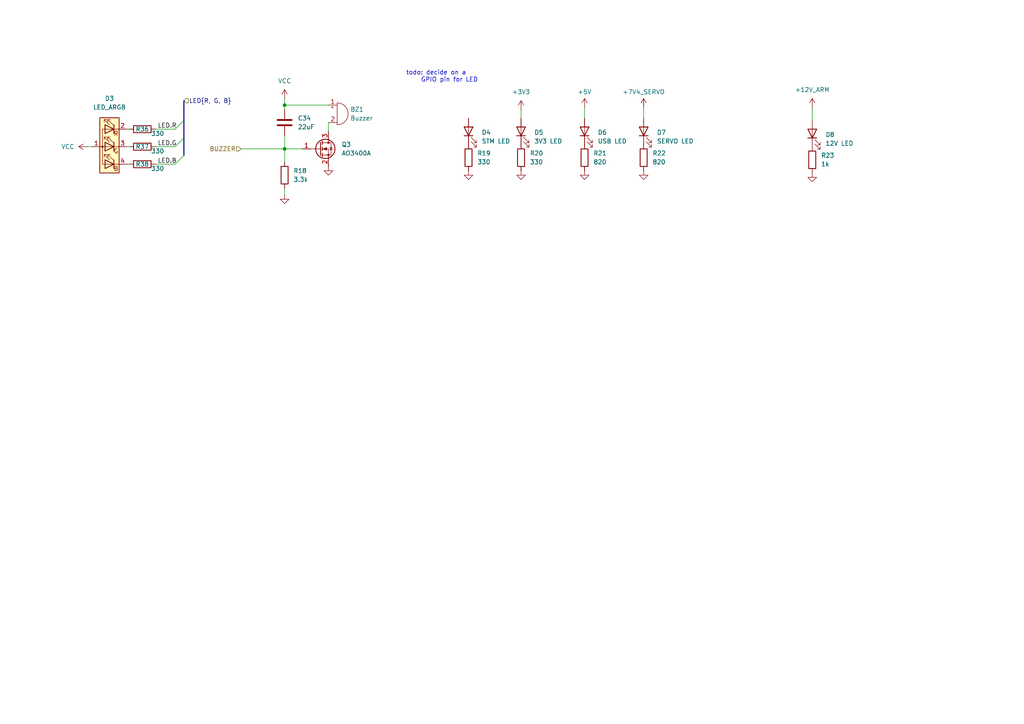
<source format=kicad_sch>
(kicad_sch (version 20250114) (generator "eeschema") (generator_version "9.0")
  (paper "A4")
  (lib_symbols
    (symbol "Device:Buzzer" (pin_names (offset 0.0254) (hide yes))
      (property "Reference" "BZ" (at 3.81 1.27 0))
      (property "Value" "Buzzer" (at 3.81 -1.27 0))
      (symbol "Buzzer_0_1"
        (polyline (pts (xy -1.651 1.905) (xy -1.143 1.905)))
        (polyline (pts (xy -1.397 2.159) (xy -1.397 1.651)))
        (arc (start 0 3.175) (mid 3.1612 0) (end 0 -3.175))
        (polyline (pts (xy 0 3.175) (xy 0 -3.175)))
      )
      (symbol "Buzzer_1_1"
        (pin passive line (at -2.54 2.54 0) (length 2.54) (name "+") (number "1"))
        (pin passive line (at -2.54 -2.54 0) (length 2.54) (name "-") (number "2"))
      )
    )
    (symbol "Device:C" (pin_numbers (hide yes)) (pin_names (offset 0.254))
      (property "Reference" "C" (at 0.635 2.54 0))
      (property "Value" "C" (at 0.635 -2.54 0))
      (symbol "C_0_1"
        (polyline (pts (xy -2.032 0.762) (xy 2.032 0.762)) (stroke (width 0.508)))
        (polyline (pts (xy -2.032 -0.762) (xy 2.032 -0.762)) (stroke (width 0.508)))
      )
      (symbol "C_1_1"
        (pin passive line (at 0 3.81 270) (length 2.794) (name "~") (number "1"))
        (pin passive line (at 0 -3.81 90) (length 2.794) (name "~") (number "2"))
      )
    )
    (symbol "Device:LED" (pin_numbers (hide yes)) (pin_names (offset 1.016) (hide yes))
      (property "Reference" "D" (at 0 2.54 0))
      (property "Value" "LED" (at 0 -2.54 0))
      (symbol "LED_0_1"
        (polyline (pts (xy -3.048 -0.762) (xy -4.572 -2.286) (xy -3.81 -2.286) (xy -4.572 -2.286) (xy -4.572 -1.524)))
        (polyline (pts (xy -1.778 -0.762) (xy -3.302 -2.286) (xy -2.54 -2.286) (xy -3.302 -2.286) (xy -3.302 -1.524)))
        (polyline (pts (xy -1.27 0) (xy 1.27 0)))
        (polyline (pts (xy -1.27 -1.27) (xy -1.27 1.27)) (stroke (width 0.254)))
        (polyline (pts (xy 1.27 -1.27) (xy 1.27 1.27) (xy -1.27 0) (xy 1.27 -1.27)) (stroke (width 0.254)))
      )
      (symbol "LED_1_1"
        (pin passive line (at -3.81 0 0) (length 2.54) (name "K") (number "1"))
        (pin passive line (at 3.81 0 180) (length 2.54) (name "A") (number "2"))
      )
    )
    (symbol "Device:LED_ARGB" (pin_names (offset 0) (hide yes))
      (property "Reference" "D" (at 0 9.398 0))
      (property "Value" "LED_ARGB" (at 0 -8.89 0))
      (symbol "LED_ARGB_0_0"
        (text "R" (at -1.905 3.81 0) (effects (font (size 1.27 1.27))))
        (text "G" (at -1.905 -1.27 0) (effects (font (size 1.27 1.27))))
        (text "B" (at -1.905 -6.35 0) (effects (font (size 1.27 1.27))))
      )
      (symbol "LED_ARGB_0_1"
        (polyline (pts (xy -1.27 6.35) (xy -1.27 3.81)) (stroke (width 0.254)))
        (polyline (pts (xy -1.27 6.35) (xy -1.27 3.81) (xy -1.27 3.81)))
        (polyline (pts (xy -1.27 5.08) (xy -2.54 5.08)))
        (polyline (pts (xy -1.27 5.08) (xy 1.27 5.08)))
        (polyline (pts (xy -1.27 1.27) (xy -1.27 -1.27)) (stroke (width 0.254)))
        (polyline (pts (xy -1.27 1.27) (xy -1.27 -1.27) (xy -1.27 -1.27)))
        (polyline (pts (xy -1.27 0) (xy -2.54 0)))
        (polyline (pts (xy -1.27 -3.81) (xy -1.27 -6.35)) (stroke (width 0.254)))
        (polyline (pts (xy -1.27 -5.08) (xy -2.54 -5.08)))
        (polyline (pts (xy -1.27 -5.08) (xy 1.27 -5.08)))
        (polyline (pts (xy -1.016 6.35) (xy 0.508 7.874) (xy -0.254 7.874) (xy 0.508 7.874) (xy 0.508 7.112)))
        (polyline (pts (xy -1.016 1.27) (xy 0.508 2.794) (xy -0.254 2.794) (xy 0.508 2.794) (xy 0.508 2.032)))
        (polyline (pts (xy -1.016 -3.81) (xy 0.508 -2.286) (xy -0.254 -2.286) (xy 0.508 -2.286) (xy 0.508 -3.048)))
        (polyline (pts (xy 0 6.35) (xy 1.524 7.874) (xy 0.762 7.874) (xy 1.524 7.874) (xy 1.524 7.112)))
        (polyline (pts (xy 0 1.27) (xy 1.524 2.794) (xy 0.762 2.794) (xy 1.524 2.794) (xy 1.524 2.032)))
        (polyline (pts (xy 0 -3.81) (xy 1.524 -2.286) (xy 0.762 -2.286) (xy 1.524 -2.286) (xy 1.524 -3.048)))
        (polyline (pts (xy 1.27 6.35) (xy 1.27 3.81) (xy -1.27 5.08) (xy 1.27 6.35)) (stroke (width 0.254)))
        (rectangle (start 1.27 6.35) (end 1.27 6.35))
        (rectangle (start 1.27 3.81) (end 1.27 6.35))
        (polyline (pts (xy 1.27 1.27) (xy 1.27 -1.27) (xy -1.27 0) (xy 1.27 1.27)) (stroke (width 0.254)))
        (rectangle (start 1.27 1.27) (end 1.27 1.27))
        (polyline (pts (xy 1.27 0) (xy -1.27 0)))
        (polyline (pts (xy 1.27 0) (xy 2.54 0)))
        (rectangle (start 1.27 -1.27) (end 1.27 1.27))
        (polyline (pts (xy 1.27 -3.81) (xy 1.27 -6.35) (xy -1.27 -5.08) (xy 1.27 -3.81)) (stroke (width 0.254)))
        (polyline (pts (xy 1.27 -5.08) (xy 2.032 -5.08) (xy 2.032 5.08) (xy 1.27 5.08)))
        (circle (center 2.032 0) (radius 0.254) (fill (type outline)))
        (rectangle (start 2.794 8.382) (end -2.794 -7.62) (stroke (width 0.254)) (fill (type background)))
      )
      (symbol "LED_ARGB_1_1"
        (pin passive line (at -5.08 5.08 0) (length 2.54) (name "RK") (number "2"))
        (pin passive line (at -5.08 0 0) (length 2.54) (name "GK") (number "3"))
        (pin passive line (at -5.08 -5.08 0) (length 2.54) (name "BK") (number "4"))
        (pin passive line (at 5.08 0 180) (length 2.54) (name "A") (number "1"))
      )
    )
    (symbol "Device:R" (pin_numbers (hide yes)) (pin_names (offset 0))
      (property "Reference" "R" (at 2.032 0 90))
      (property "Value" "R" (at 0 0 90))
      (symbol "R_0_1"
        (rectangle (start -1.016 -2.54) (end 1.016 2.54) (stroke (width 0.254)))
      )
      (symbol "R_1_1"
        (pin passive line (at 0 3.81 270) (length 1.27) (name "~") (number "1"))
        (pin passive line (at 0 -3.81 90) (length 1.27) (name "~") (number "2"))
      )
    )
    (symbol "Transistor_FET:AO3400A" (pin_names (offset 0) (hide yes))
      (property "Reference" "Q" (at 5.08 1.905 0))
      (property "Value" "AO3400A" (at 5.08 0 0))
      (symbol "AO3400A_0_1"
        (polyline (pts (xy 0.254 1.905) (xy 0.254 -1.905)) (stroke (width 0.254)))
        (polyline (pts (xy 0.254 0) (xy -2.54 0)))
        (polyline (pts (xy 0.762 2.286) (xy 0.762 1.27)) (stroke (width 0.254)))
        (polyline (pts (xy 0.762 0.508) (xy 0.762 -0.508)) (stroke (width 0.254)))
        (polyline (pts (xy 0.762 -1.27) (xy 0.762 -2.286)) (stroke (width 0.254)))
        (polyline (pts (xy 0.762 -1.778) (xy 3.302 -1.778) (xy 3.302 1.778) (xy 0.762 1.778)))
        (polyline (pts (xy 1.016 0) (xy 2.032 0.381) (xy 2.032 -0.381) (xy 1.016 0)) (fill (type outline)))
        (circle (center 1.651 0) (radius 2.794) (stroke (width 0.254)))
        (polyline (pts (xy 2.54 2.54) (xy 2.54 1.778)))
        (circle (center 2.54 1.778) (radius 0.254) (fill (type outline)))
        (circle (center 2.54 -1.778) (radius 0.254) (fill (type outline)))
        (polyline (pts (xy 2.54 -2.54) (xy 2.54 0) (xy 0.762 0)))
        (polyline (pts (xy 2.921 0.381) (xy 3.683 0.381)))
        (polyline (pts (xy 3.302 0.381) (xy 2.921 -0.254) (xy 3.683 -0.254) (xy 3.302 0.381)))
      )
      (symbol "AO3400A_1_1"
        (pin input line (at -5.08 0 0) (length 2.54) (name "G") (number "1"))
        (pin passive line (at 2.54 5.08 270) (length 2.54) (name "D") (number "3"))
        (pin passive line (at 2.54 -5.08 90) (length 2.54) (name "S") (number "2"))
      )
    )
    (symbol "aerolotl_custom:+12V_ARM" (power) (in_bom no) (on_board no)
      (property "Value" "+12V_ARM" (at 0 4.064 0))
      (symbol "+12V_ARM_0_1"
        (polyline (pts (xy 0 0) (xy 0 2.54) (xy -0.762 1.27) (xy 0 2.54) (xy 0.762 1.27)))
      )
      (symbol "+12V_ARM_1_1"
        (pin power_in line (at 0 0 0) (length 2.54) (hide yes) (name "+12V_ARM") (number ""))
      )
    )
    (symbol "aerolotl_custom:+7V4_SERVO" (power) (in_bom no) (on_board no)
      (property "Value" "+7V4_SERVO" (at 0 3.81 0))
      (symbol "+7V4_SERVO_0_1"
        (polyline (pts (xy 0 0) (xy 0 2.54)))
        (polyline (pts (xy 0 0) (xy 0 2.54) (xy -0.762 1.27) (xy 0 2.54) (xy 0.762 1.27)))
      )
      (symbol "+7V4_SERVO_1_1"
        (pin power_in line (at 0 0 90) (length 2.54) (hide yes) (name "#7V4_SERVO") (number "1"))
      )
    )
    (symbol "power:+3V3" (power) (pin_numbers (hide yes)) (pin_names (offset 0) (hide yes))
      (property "Value" "+3V3" (at 0 3.556 0))
      (symbol "+3V3_0_1"
        (polyline (pts (xy -0.762 1.27) (xy 0 2.54)))
        (polyline (pts (xy 0 2.54) (xy 0.762 1.27)))
        (polyline (pts (xy 0 0) (xy 0 2.54)))
      )
      (symbol "+3V3_1_1"
        (pin power_in line (at 0 0 90) (length 0) (name "~") (number "1"))
      )
    )
    (symbol "power:+5V" (power) (pin_numbers (hide yes)) (pin_names (offset 0) (hide yes))
      (property "Value" "+5V" (at 0 3.556 0))
      (symbol "+5V_0_1"
        (polyline (pts (xy -0.762 1.27) (xy 0 2.54)))
        (polyline (pts (xy 0 2.54) (xy 0.762 1.27)))
        (polyline (pts (xy 0 0) (xy 0 2.54)))
      )
      (symbol "+5V_1_1"
        (pin power_in line (at 0 0 90) (length 0) (name "~") (number "1"))
      )
    )
    (symbol "power:GND" (power) (pin_numbers (hide yes)) (pin_names (offset 0) (hide yes))
      (property "Value" "GND" (at 0 -3.81 0))
      (symbol "GND_0_1"
        (polyline (pts (xy 0 0) (xy 0 -1.27) (xy 1.27 -1.27) (xy 0 -2.54) (xy -1.27 -1.27) (xy 0 -1.27)))
      )
      (symbol "GND_1_1"
        (pin power_in line (at 0 0 270) (length 0) (name "~") (number "1"))
      )
    )
    (symbol "power:VCC" (power) (pin_numbers (hide yes)) (pin_names (offset 0) (hide yes))
      (property "Value" "VCC" (at 0 3.556 0))
      (symbol "VCC_0_1"
        (polyline (pts (xy -0.762 1.27) (xy 0 2.54)))
        (polyline (pts (xy 0 2.54) (xy 0.762 1.27)))
        (polyline (pts (xy 0 0) (xy 0 2.54)))
      )
      (symbol "VCC_1_1"
        (pin power_in line (at 0 0 90) (length 0) (name "~") (number "1"))
      )
    )
  )
  (text "todo: decide on a \n	  GPIO pin for LED\n" (at 127 22.225 0) (effects (font (size 1.27 1.27))))
  (junction (at 82.55 43.18))
  (junction (at 82.55 30.48))
  (bus_entry (at 53.34 45.085) (size -2.54 2.54))
  (bus_entry (at 53.34 34.925) (size -2.54 2.54))
  (bus_entry (at 53.34 40.005) (size -2.54 2.54))
  (wire (pts (xy 186.69 31.115) (xy 186.69 34.29)))
  (wire (pts (xy 82.55 46.99) (xy 82.55 43.18)))
  (wire (pts (xy 95.25 35.56) (xy 95.25 38.1)))
  (wire (pts (xy 45.085 47.625) (xy 50.8 47.625)))
  (wire (pts (xy 151.13 31.75) (xy 151.13 34.29)))
  (bus (pts (xy 53.34 29.21) (xy 53.34 34.925)))
  (wire (pts (xy 69.85 43.18) (xy 82.55 43.18)))
  (wire (pts (xy 82.55 43.18) (xy 82.55 39.37)))
  (bus (pts (xy 53.34 40.005) (xy 53.34 45.085)))
  (wire (pts (xy 25.4 42.545) (xy 26.67 42.545)))
  (wire (pts (xy 82.55 30.48) (xy 95.25 30.48)))
  (wire (pts (xy 82.55 43.18) (xy 87.63 43.18)))
  (wire (pts (xy 169.545 31.115) (xy 169.545 34.29)))
  (wire (pts (xy 36.83 37.465) (xy 37.465 37.465)))
  (wire (pts (xy 36.83 47.625) (xy 37.465 47.625)))
  (wire (pts (xy 45.085 37.465) (xy 50.8 37.465)))
  (wire (pts (xy 235.585 31.115) (xy 235.585 34.925)))
  (bus (pts (xy 53.34 34.925) (xy 53.34 40.005)))
  (wire (pts (xy 82.55 31.75) (xy 82.55 30.48)))
  (wire (pts (xy 82.55 56.515) (xy 82.55 54.61)))
  (wire (pts (xy 82.55 28.575) (xy 82.55 30.48)))
  (wire (pts (xy 36.83 42.545) (xy 37.465 42.545)))
  (wire (pts (xy 45.085 42.545) (xy 50.8 42.545)))
  (label "LED.R" (at 45.72 37.465 0))
  (label "LED.G" (at 45.72 42.545 0))
  (label "LED.B" (at 45.72 47.625 0))
  (hierarchical_label "BUZZER" (shape input) (at 69.85 43.18 180))
  (hierarchical_label "LED{R, G, B}" (shape input) (at 53.34 29.21 0))
  (symbol (lib_id "Device:R") (at 41.275 47.625 90) (unit 1)
    (property "Reference" "R38" (at 41.275 47.625 90))
    (property "Value" "330" (at 45.72 48.895 90))
    (property "Description" "Resistor" (effects (hide yes)))
  )
  (symbol (lib_id "Device:R") (at 41.275 37.465 90) (unit 1)
    (property "Reference" "R36" (at 41.275 37.465 90))
    (property "Value" "330" (at 45.72 38.735 90))
    (property "Description" "Resistor" (effects (hide yes)))
  )
  (symbol (lib_id "Device:R") (at 82.55 50.8 0) (unit 1)
    (property "Reference" "R18" (at 85.09 49.5299 0) (effects (justify left)))
    (property "Value" "3.3k" (at 85.09 52.0699 0) (effects (justify left)))
    (property "Description" "Resistor" (effects (hide yes)))
  )
  (symbol (lib_id "Device:R") (at 151.13 45.72 0) (unit 1)
    (property "Reference" "R20" (at 153.67 44.4499 0) (effects (justify left)))
    (property "Value" "330" (at 153.67 46.9899 0) (effects (justify left)))
    (property "Description" "Resistor" (effects (hide yes)))
  )
  (symbol (lib_id "Device:LED") (at 135.89 38.1 90) (unit 1)
    (property "Reference" "D4" (at 139.7 38.4174 90) (effects (justify right)))
    (property "Value" "STM LED" (at 139.7 40.9574 90) (effects (justify right)))
    (property "Description" "Light emitting diode" (effects (hide yes)))
    (property "Sim.Pins" "1=K 2=A" (effects (hide yes)))
  )
  (symbol (lib_id "Device:R") (at 169.545 45.72 0) (unit 1)
    (property "Reference" "R21" (at 172.085 44.4499 0) (effects (justify left)))
    (property "Value" "820" (at 172.085 46.9899 0) (effects (justify left)))
    (property "Description" "Resistor" (effects (hide yes)))
  )
  (symbol (lib_id "power:GND") (at 135.89 49.53 0) (unit 1)
    (property "Reference" "#PWR070" (effects (hide yes)))
    (property "Value" "GND" (effects (hide yes)))
    (property "Description" "Power symbol creates a global label with name \"GND\" , ground" (effects (hide yes)))
  )
  (symbol (lib_id "power:VCC") (at 25.4 42.545 90) (unit 1)
    (property "Reference" "#PWR066" (effects (hide yes)))
    (property "Value" "VCC" (at 21.59 42.5449 90) (effects (justify left)))
    (property "Description" "Power symbol creates a global label with name \"VCC\"" (effects (hide yes)))
  )
  (symbol (lib_id "Device:R") (at 235.585 46.355 0) (unit 1)
    (property "Reference" "R23" (at 238.125 45.0849 0) (effects (justify left)))
    (property "Value" "1k" (at 238.125 47.6249 0) (effects (justify left)))
    (property "Description" "Resistor" (effects (hide yes)))
  )
  (symbol (lib_id "power:GND") (at 82.55 56.515 0) (unit 1)
    (property "Reference" "#PWR065" (effects (hide yes)))
    (property "Value" "GND" (effects (hide yes)))
    (property "Description" "Power symbol creates a global label with name \"GND\" , ground" (effects (hide yes)))
  )
  (symbol (lib_id "power:GND") (at 151.13 49.53 0) (unit 1)
    (property "Reference" "#PWR073" (effects (hide yes)))
    (property "Value" "GND" (effects (hide yes)))
    (property "Description" "Power symbol creates a global label with name \"GND\" , ground" (effects (hide yes)))
  )
  (symbol (lib_id "power:GND") (at 95.25 48.26 0) (unit 1)
    (property "Reference" "#PWR064" (effects (hide yes)))
    (property "Value" "GND" (effects (hide yes)))
    (property "Description" "Power symbol creates a global label with name \"GND\" , ground" (effects (hide yes)))
  )
  (symbol (lib_id "aerolotl_custom:+7V4_SERVO") (at 186.69 31.115 0) (unit 1) (in_bom no) (on_board no)
    (property "Reference" "#PWR067" (effects (hide yes)))
    (property "Value" "+7V4_SERVO" (at 186.69 26.67 0))
  )
  (symbol (lib_id "power:+3V3") (at 151.13 31.75 0) (unit 1)
    (property "Reference" "#PWR071" (effects (hide yes)))
    (property "Value" "+3V3" (at 151.13 26.67 0))
    (property "Description" "Power symbol creates a global label with name \"+3V3\"" (effects (hide yes)))
  )
  (symbol (lib_id "Device:Buzzer") (at 97.79 33.02 0) (unit 1)
    (property "Reference" "BZ1" (at 101.6 31.7499 0) (effects (justify left)))
    (property "Value" "Buzzer" (at 101.6 34.2899 0) (effects (justify left)))
    (property "Description" "Buzzer, polarized" (effects (hide yes)))
  )
  (symbol (lib_id "Device:LED") (at 186.69 38.1 90) (unit 1)
    (property "Reference" "D7" (at 190.5 38.4174 90) (effects (justify right)))
    (property "Value" "SERVO LED" (at 190.5 40.9574 90) (effects (justify right)))
    (property "Description" "Light emitting diode" (effects (hide yes)))
    (property "Sim.Pins" "1=K 2=A" (effects (hide yes)))
  )
  (symbol (lib_id "power:GND") (at 186.69 49.53 0) (unit 1)
    (property "Reference" "#PWR077" (effects (hide yes)))
    (property "Value" "GND" (effects (hide yes)))
    (property "Description" "Power symbol creates a global label with name \"GND\" , ground" (effects (hide yes)))
  )
  (symbol (lib_id "Device:LED") (at 169.545 38.1 90) (unit 1)
    (property "Reference" "D6" (at 173.355 38.4174 90) (effects (justify right)))
    (property "Value" "USB LED" (at 173.355 40.9574 90) (effects (justify right)))
    (property "Description" "Light emitting diode" (effects (hide yes)))
    (property "Sim.Pins" "1=K 2=A" (effects (hide yes)))
  )
  (symbol (lib_id "power:+5V") (at 169.545 31.115 0) (unit 1)
    (property "Reference" "#PWR072" (effects (hide yes)))
    (property "Value" "+5V" (at 169.545 26.67 0))
    (property "Description" "Power symbol creates a global label with name \"+5V\"" (effects (hide yes)))
  )
  (symbol (lib_id "aerolotl_custom:+12V_ARM") (at 235.585 31.115 0) (unit 1) (in_bom no) (on_board no)
    (property "Reference" "#PWR097" (effects (hide yes)))
    (property "Value" "+12V_ARM" (at 235.585 26.035 0))
  )
  (symbol (lib_id "Device:C") (at 82.55 35.56 0) (unit 1)
    (property "Reference" "C34" (at 86.36 34.2899 0) (effects (justify left)))
    (property "Value" "22uF" (at 86.36 36.8299 0) (effects (justify left)))
    (property "Description" "Unpolarized capacitor" (effects (hide yes)))
  )
  (symbol (lib_id "Device:R") (at 135.89 45.72 0) (unit 1)
    (property "Reference" "R19" (at 138.43 44.4499 0) (effects (justify left)))
    (property "Value" "330" (at 138.43 46.9899 0) (effects (justify left)))
    (property "Description" "Resistor" (effects (hide yes)))
  )
  (symbol (lib_id "Device:LED") (at 235.585 38.735 90) (unit 1)
    (property "Reference" "D8" (at 239.395 39.0524 90) (effects (justify right)))
    (property "Value" "12V LED" (at 239.395 41.5924 90) (effects (justify right)))
    (property "Description" "Light emitting diode" (effects (hide yes)))
    (property "Sim.Pins" "1=K 2=A" (effects (hide yes)))
  )
  (symbol (lib_id "Transistor_FET:AO3400A") (at 92.71 43.18 0) (unit 1)
    (property "Reference" "Q3" (at 99.06 41.9099 0) (effects (justify left)))
    (property "Value" "AO3400A" (at 99.06 44.4499 0) (effects (justify left)))
    (property "Footprint" "Package_TO_SOT_SMD:SOT-23" (effects (hide yes)))
    (property "Datasheet" "http://www.aosmd.com/pdfs/datasheet/AO3400A.pdf" (effects (hide yes)))
    (property "Description" "30V Vds, 5.7A Id, N-Channel MOSFET, SOT-23" (effects (hide yes)))
  )
  (symbol (lib_id "power:VCC") (at 82.55 28.575 0) (unit 1)
    (property "Reference" "#PWR063" (effects (hide yes)))
    (property "Value" "VCC" (at 82.55 23.495 0))
    (property "Description" "Power symbol creates a global label with name \"VCC\"" (effects (hide yes)))
  )
  (symbol (lib_id "Device:LED_ARGB") (at 31.75 42.545 0) (mirror y) (unit 1)
    (property "Reference" "D3" (at 31.75 28.575 0))
    (property "Value" "LED_ARGB" (at 31.75 31.115 0))
    (property "Description" "RGB LED, anode/red/green/blue" (effects (hide yes)))
  )
  (symbol (lib_id "Device:R") (at 186.69 45.72 0) (unit 1)
    (property "Reference" "R22" (at 189.23 44.4499 0) (effects (justify left)))
    (property "Value" "820" (at 189.23 46.9899 0) (effects (justify left)))
    (property "Description" "Resistor" (effects (hide yes)))
  )
  (symbol (lib_id "Device:R") (at 41.275 42.545 90) (unit 1)
    (property "Reference" "R37" (at 41.275 42.545 90))
    (property "Value" "330" (at 45.72 43.815 90))
    (property "Description" "Resistor" (effects (hide yes)))
  )
  (symbol (lib_id "power:GND") (at 169.545 49.53 0) (unit 1)
    (property "Reference" "#PWR075" (effects (hide yes)))
    (property "Value" "GND" (effects (hide yes)))
    (property "Description" "Power symbol creates a global label with name \"GND\" , ground" (effects (hide yes)))
  )
  (symbol (lib_id "Device:LED") (at 151.13 38.1 90) (unit 1)
    (property "Reference" "D5" (at 154.94 38.4174 90) (effects (justify right)))
    (property "Value" "3V3 LED" (at 154.94 40.9574 90) (effects (justify right)))
    (property "Description" "Light emitting diode" (effects (hide yes)))
    (property "Sim.Pins" "1=K 2=A" (effects (hide yes)))
  )
  (symbol (lib_id "power:GND") (at 235.585 50.165 0) (unit 1)
    (property "Reference" "#PWR079" (effects (hide yes)))
    (property "Value" "GND" (effects (hide yes)))
    (property "Description" "Power symbol creates a global label with name \"GND\" , ground" (effects (hide yes)))
  )
)
</source>
